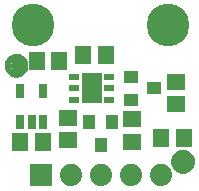
<source format=gbr>
G04 EAGLE Gerber RS-274X export*
G75*
%MOMM*%
%FSLAX34Y34*%
%LPD*%
%INSoldermask Top*%
%IPPOS*%
%AMOC8*
5,1,8,0,0,1.08239X$1,22.5*%
G01*
%ADD10R,1.701600X2.601600*%
%ADD11R,0.901600X0.501600*%
%ADD12C,3.617600*%
%ADD13C,1.101600*%
%ADD14C,0.500000*%
%ADD15R,1.401600X1.601600*%
%ADD16R,0.651600X1.301600*%
%ADD17R,1.601600X1.401600*%
%ADD18R,1.101600X1.301600*%
%ADD19R,1.301600X1.101600*%
%ADD20R,1.879600X1.879600*%
%ADD21C,1.879600*%


D10*
X74930Y99060D03*
D11*
X59930Y89060D03*
X59930Y99060D03*
X59930Y109060D03*
X89930Y109060D03*
X89930Y99060D03*
X89930Y89060D03*
D12*
X25400Y152400D03*
X139700Y152400D03*
D13*
X11430Y118110D03*
D14*
X11430Y125610D02*
X11249Y125608D01*
X11068Y125601D01*
X10887Y125590D01*
X10706Y125575D01*
X10526Y125555D01*
X10346Y125531D01*
X10167Y125503D01*
X9989Y125470D01*
X9812Y125433D01*
X9635Y125392D01*
X9460Y125347D01*
X9285Y125297D01*
X9112Y125243D01*
X8941Y125185D01*
X8770Y125123D01*
X8602Y125056D01*
X8435Y124986D01*
X8269Y124912D01*
X8106Y124833D01*
X7945Y124751D01*
X7785Y124665D01*
X7628Y124575D01*
X7473Y124481D01*
X7320Y124384D01*
X7170Y124282D01*
X7022Y124178D01*
X6876Y124069D01*
X6734Y123958D01*
X6594Y123842D01*
X6457Y123724D01*
X6322Y123602D01*
X6191Y123477D01*
X6063Y123349D01*
X5938Y123218D01*
X5816Y123083D01*
X5698Y122946D01*
X5582Y122806D01*
X5471Y122664D01*
X5362Y122518D01*
X5258Y122370D01*
X5156Y122220D01*
X5059Y122067D01*
X4965Y121912D01*
X4875Y121755D01*
X4789Y121595D01*
X4707Y121434D01*
X4628Y121271D01*
X4554Y121105D01*
X4484Y120938D01*
X4417Y120770D01*
X4355Y120599D01*
X4297Y120428D01*
X4243Y120255D01*
X4193Y120080D01*
X4148Y119905D01*
X4107Y119728D01*
X4070Y119551D01*
X4037Y119373D01*
X4009Y119194D01*
X3985Y119014D01*
X3965Y118834D01*
X3950Y118653D01*
X3939Y118472D01*
X3932Y118291D01*
X3930Y118110D01*
X11430Y125610D02*
X11611Y125608D01*
X11792Y125601D01*
X11973Y125590D01*
X12154Y125575D01*
X12334Y125555D01*
X12514Y125531D01*
X12693Y125503D01*
X12871Y125470D01*
X13048Y125433D01*
X13225Y125392D01*
X13400Y125347D01*
X13575Y125297D01*
X13748Y125243D01*
X13919Y125185D01*
X14090Y125123D01*
X14258Y125056D01*
X14425Y124986D01*
X14591Y124912D01*
X14754Y124833D01*
X14915Y124751D01*
X15075Y124665D01*
X15232Y124575D01*
X15387Y124481D01*
X15540Y124384D01*
X15690Y124282D01*
X15838Y124178D01*
X15984Y124069D01*
X16126Y123958D01*
X16266Y123842D01*
X16403Y123724D01*
X16538Y123602D01*
X16669Y123477D01*
X16797Y123349D01*
X16922Y123218D01*
X17044Y123083D01*
X17162Y122946D01*
X17278Y122806D01*
X17389Y122664D01*
X17498Y122518D01*
X17602Y122370D01*
X17704Y122220D01*
X17801Y122067D01*
X17895Y121912D01*
X17985Y121755D01*
X18071Y121595D01*
X18153Y121434D01*
X18232Y121271D01*
X18306Y121105D01*
X18376Y120938D01*
X18443Y120770D01*
X18505Y120599D01*
X18563Y120428D01*
X18617Y120255D01*
X18667Y120080D01*
X18712Y119905D01*
X18753Y119728D01*
X18790Y119551D01*
X18823Y119373D01*
X18851Y119194D01*
X18875Y119014D01*
X18895Y118834D01*
X18910Y118653D01*
X18921Y118472D01*
X18928Y118291D01*
X18930Y118110D01*
X18928Y117929D01*
X18921Y117748D01*
X18910Y117567D01*
X18895Y117386D01*
X18875Y117206D01*
X18851Y117026D01*
X18823Y116847D01*
X18790Y116669D01*
X18753Y116492D01*
X18712Y116315D01*
X18667Y116140D01*
X18617Y115965D01*
X18563Y115792D01*
X18505Y115621D01*
X18443Y115450D01*
X18376Y115282D01*
X18306Y115115D01*
X18232Y114949D01*
X18153Y114786D01*
X18071Y114625D01*
X17985Y114465D01*
X17895Y114308D01*
X17801Y114153D01*
X17704Y114000D01*
X17602Y113850D01*
X17498Y113702D01*
X17389Y113556D01*
X17278Y113414D01*
X17162Y113274D01*
X17044Y113137D01*
X16922Y113002D01*
X16797Y112871D01*
X16669Y112743D01*
X16538Y112618D01*
X16403Y112496D01*
X16266Y112378D01*
X16126Y112262D01*
X15984Y112151D01*
X15838Y112042D01*
X15690Y111938D01*
X15540Y111836D01*
X15387Y111739D01*
X15232Y111645D01*
X15075Y111555D01*
X14915Y111469D01*
X14754Y111387D01*
X14591Y111308D01*
X14425Y111234D01*
X14258Y111164D01*
X14090Y111097D01*
X13919Y111035D01*
X13748Y110977D01*
X13575Y110923D01*
X13400Y110873D01*
X13225Y110828D01*
X13048Y110787D01*
X12871Y110750D01*
X12693Y110717D01*
X12514Y110689D01*
X12334Y110665D01*
X12154Y110645D01*
X11973Y110630D01*
X11792Y110619D01*
X11611Y110612D01*
X11430Y110610D01*
X11249Y110612D01*
X11068Y110619D01*
X10887Y110630D01*
X10706Y110645D01*
X10526Y110665D01*
X10346Y110689D01*
X10167Y110717D01*
X9989Y110750D01*
X9812Y110787D01*
X9635Y110828D01*
X9460Y110873D01*
X9285Y110923D01*
X9112Y110977D01*
X8941Y111035D01*
X8770Y111097D01*
X8602Y111164D01*
X8435Y111234D01*
X8269Y111308D01*
X8106Y111387D01*
X7945Y111469D01*
X7785Y111555D01*
X7628Y111645D01*
X7473Y111739D01*
X7320Y111836D01*
X7170Y111938D01*
X7022Y112042D01*
X6876Y112151D01*
X6734Y112262D01*
X6594Y112378D01*
X6457Y112496D01*
X6322Y112618D01*
X6191Y112743D01*
X6063Y112871D01*
X5938Y113002D01*
X5816Y113137D01*
X5698Y113274D01*
X5582Y113414D01*
X5471Y113556D01*
X5362Y113702D01*
X5258Y113850D01*
X5156Y114000D01*
X5059Y114153D01*
X4965Y114308D01*
X4875Y114465D01*
X4789Y114625D01*
X4707Y114786D01*
X4628Y114949D01*
X4554Y115115D01*
X4484Y115282D01*
X4417Y115450D01*
X4355Y115621D01*
X4297Y115792D01*
X4243Y115965D01*
X4193Y116140D01*
X4148Y116315D01*
X4107Y116492D01*
X4070Y116669D01*
X4037Y116847D01*
X4009Y117026D01*
X3985Y117206D01*
X3965Y117386D01*
X3950Y117567D01*
X3939Y117748D01*
X3932Y117929D01*
X3930Y118110D01*
D13*
X152400Y36830D03*
D14*
X152400Y44330D02*
X152219Y44328D01*
X152038Y44321D01*
X151857Y44310D01*
X151676Y44295D01*
X151496Y44275D01*
X151316Y44251D01*
X151137Y44223D01*
X150959Y44190D01*
X150782Y44153D01*
X150605Y44112D01*
X150430Y44067D01*
X150255Y44017D01*
X150082Y43963D01*
X149911Y43905D01*
X149740Y43843D01*
X149572Y43776D01*
X149405Y43706D01*
X149239Y43632D01*
X149076Y43553D01*
X148915Y43471D01*
X148755Y43385D01*
X148598Y43295D01*
X148443Y43201D01*
X148290Y43104D01*
X148140Y43002D01*
X147992Y42898D01*
X147846Y42789D01*
X147704Y42678D01*
X147564Y42562D01*
X147427Y42444D01*
X147292Y42322D01*
X147161Y42197D01*
X147033Y42069D01*
X146908Y41938D01*
X146786Y41803D01*
X146668Y41666D01*
X146552Y41526D01*
X146441Y41384D01*
X146332Y41238D01*
X146228Y41090D01*
X146126Y40940D01*
X146029Y40787D01*
X145935Y40632D01*
X145845Y40475D01*
X145759Y40315D01*
X145677Y40154D01*
X145598Y39991D01*
X145524Y39825D01*
X145454Y39658D01*
X145387Y39490D01*
X145325Y39319D01*
X145267Y39148D01*
X145213Y38975D01*
X145163Y38800D01*
X145118Y38625D01*
X145077Y38448D01*
X145040Y38271D01*
X145007Y38093D01*
X144979Y37914D01*
X144955Y37734D01*
X144935Y37554D01*
X144920Y37373D01*
X144909Y37192D01*
X144902Y37011D01*
X144900Y36830D01*
X152400Y44330D02*
X152581Y44328D01*
X152762Y44321D01*
X152943Y44310D01*
X153124Y44295D01*
X153304Y44275D01*
X153484Y44251D01*
X153663Y44223D01*
X153841Y44190D01*
X154018Y44153D01*
X154195Y44112D01*
X154370Y44067D01*
X154545Y44017D01*
X154718Y43963D01*
X154889Y43905D01*
X155060Y43843D01*
X155228Y43776D01*
X155395Y43706D01*
X155561Y43632D01*
X155724Y43553D01*
X155885Y43471D01*
X156045Y43385D01*
X156202Y43295D01*
X156357Y43201D01*
X156510Y43104D01*
X156660Y43002D01*
X156808Y42898D01*
X156954Y42789D01*
X157096Y42678D01*
X157236Y42562D01*
X157373Y42444D01*
X157508Y42322D01*
X157639Y42197D01*
X157767Y42069D01*
X157892Y41938D01*
X158014Y41803D01*
X158132Y41666D01*
X158248Y41526D01*
X158359Y41384D01*
X158468Y41238D01*
X158572Y41090D01*
X158674Y40940D01*
X158771Y40787D01*
X158865Y40632D01*
X158955Y40475D01*
X159041Y40315D01*
X159123Y40154D01*
X159202Y39991D01*
X159276Y39825D01*
X159346Y39658D01*
X159413Y39490D01*
X159475Y39319D01*
X159533Y39148D01*
X159587Y38975D01*
X159637Y38800D01*
X159682Y38625D01*
X159723Y38448D01*
X159760Y38271D01*
X159793Y38093D01*
X159821Y37914D01*
X159845Y37734D01*
X159865Y37554D01*
X159880Y37373D01*
X159891Y37192D01*
X159898Y37011D01*
X159900Y36830D01*
X159898Y36649D01*
X159891Y36468D01*
X159880Y36287D01*
X159865Y36106D01*
X159845Y35926D01*
X159821Y35746D01*
X159793Y35567D01*
X159760Y35389D01*
X159723Y35212D01*
X159682Y35035D01*
X159637Y34860D01*
X159587Y34685D01*
X159533Y34512D01*
X159475Y34341D01*
X159413Y34170D01*
X159346Y34002D01*
X159276Y33835D01*
X159202Y33669D01*
X159123Y33506D01*
X159041Y33345D01*
X158955Y33185D01*
X158865Y33028D01*
X158771Y32873D01*
X158674Y32720D01*
X158572Y32570D01*
X158468Y32422D01*
X158359Y32276D01*
X158248Y32134D01*
X158132Y31994D01*
X158014Y31857D01*
X157892Y31722D01*
X157767Y31591D01*
X157639Y31463D01*
X157508Y31338D01*
X157373Y31216D01*
X157236Y31098D01*
X157096Y30982D01*
X156954Y30871D01*
X156808Y30762D01*
X156660Y30658D01*
X156510Y30556D01*
X156357Y30459D01*
X156202Y30365D01*
X156045Y30275D01*
X155885Y30189D01*
X155724Y30107D01*
X155561Y30028D01*
X155395Y29954D01*
X155228Y29884D01*
X155060Y29817D01*
X154889Y29755D01*
X154718Y29697D01*
X154545Y29643D01*
X154370Y29593D01*
X154195Y29548D01*
X154018Y29507D01*
X153841Y29470D01*
X153663Y29437D01*
X153484Y29409D01*
X153304Y29385D01*
X153124Y29365D01*
X152943Y29350D01*
X152762Y29339D01*
X152581Y29332D01*
X152400Y29330D01*
X152219Y29332D01*
X152038Y29339D01*
X151857Y29350D01*
X151676Y29365D01*
X151496Y29385D01*
X151316Y29409D01*
X151137Y29437D01*
X150959Y29470D01*
X150782Y29507D01*
X150605Y29548D01*
X150430Y29593D01*
X150255Y29643D01*
X150082Y29697D01*
X149911Y29755D01*
X149740Y29817D01*
X149572Y29884D01*
X149405Y29954D01*
X149239Y30028D01*
X149076Y30107D01*
X148915Y30189D01*
X148755Y30275D01*
X148598Y30365D01*
X148443Y30459D01*
X148290Y30556D01*
X148140Y30658D01*
X147992Y30762D01*
X147846Y30871D01*
X147704Y30982D01*
X147564Y31098D01*
X147427Y31216D01*
X147292Y31338D01*
X147161Y31463D01*
X147033Y31591D01*
X146908Y31722D01*
X146786Y31857D01*
X146668Y31994D01*
X146552Y32134D01*
X146441Y32276D01*
X146332Y32422D01*
X146228Y32570D01*
X146126Y32720D01*
X146029Y32873D01*
X145935Y33028D01*
X145845Y33185D01*
X145759Y33345D01*
X145677Y33506D01*
X145598Y33669D01*
X145524Y33835D01*
X145454Y34002D01*
X145387Y34170D01*
X145325Y34341D01*
X145267Y34512D01*
X145213Y34685D01*
X145163Y34860D01*
X145118Y35035D01*
X145077Y35212D01*
X145040Y35389D01*
X145007Y35567D01*
X144979Y35746D01*
X144955Y35926D01*
X144935Y36106D01*
X144920Y36287D01*
X144909Y36468D01*
X144902Y36649D01*
X144900Y36830D01*
D15*
X14630Y53340D03*
X33630Y53340D03*
D16*
X14630Y70819D03*
X24130Y70819D03*
X33630Y70819D03*
X33630Y96821D03*
X14630Y96821D03*
D17*
X109220Y54000D03*
X109220Y73000D03*
X146050Y85750D03*
X146050Y104750D03*
D15*
X134010Y57150D03*
X153010Y57150D03*
D17*
X54610Y74270D03*
X54610Y55270D03*
D18*
X82550Y50960D03*
X73050Y70960D03*
X92050Y70960D03*
D19*
X128110Y99060D03*
X108110Y89560D03*
X108110Y108560D03*
D15*
X28600Y121920D03*
X47600Y121920D03*
X86970Y127000D03*
X67970Y127000D03*
D20*
X31750Y25400D03*
D21*
X57150Y25400D03*
X82550Y25400D03*
X107950Y25400D03*
X133350Y25400D03*
M02*

</source>
